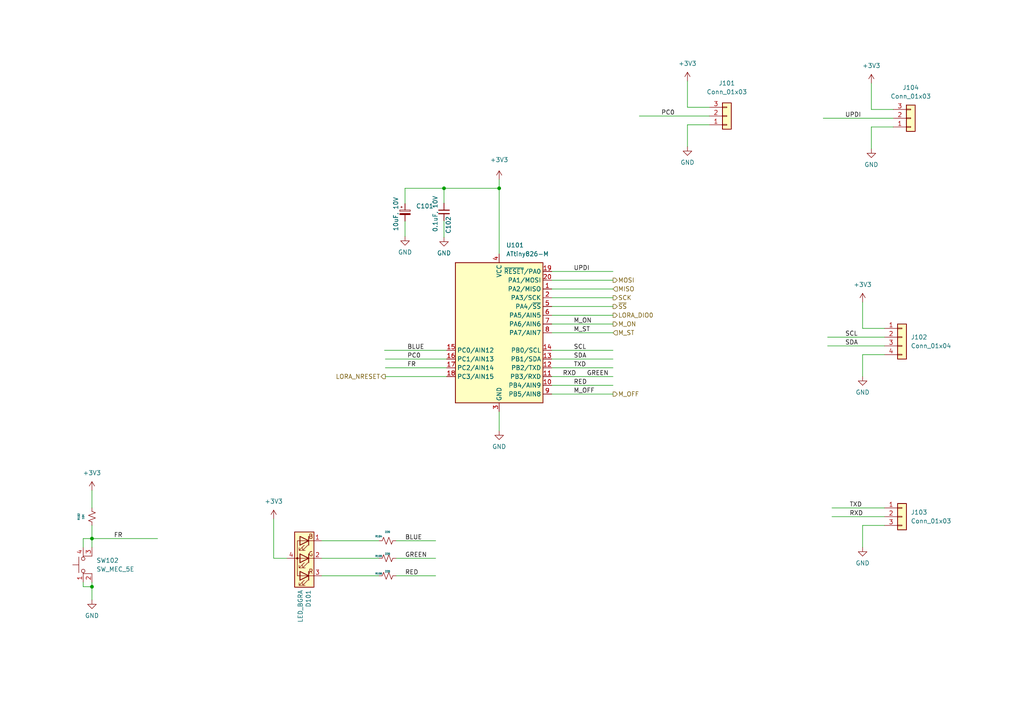
<source format=kicad_sch>
(kicad_sch (version 20211123) (generator eeschema)
  (paper "A4")
  (title_block (title "varun_rx") (date "2022-08-05") (rev "0.2") (company "DYULABS PRIVATE LIMITED") (comment 1 "SMA connector") (comment 2 "Proto v0.2") (comment 3 "varun_nr_at826_rx") (comment 4 "Hitesh Joshi"))
  (lib_symbols
    (symbol "Connector_Generic:Conn_01x03" (pin_names (offset 1.016) hide)
      (property "Reference" "J" (at 0 5.08 0))
      (property "Value" "Conn_01x03" (at 0 -5.08 0))
      (symbol "Conn_01x03_1_1"
        (rectangle (start -1.27 -2.413) (end 0 -2.667) (stroke (width 0.1524)))
        (rectangle (start -1.27 0.127) (end 0 -0.127) (stroke (width 0.1524)))
        (rectangle (start -1.27 2.667) (end 0 2.413) (stroke (width 0.1524)))
        (rectangle (start -1.27 3.81) (end 1.27 -3.81) (stroke (width 0.254)) (fill (type background)))
        (pin passive line (at -5.08 2.54 0) (length 3.81) (name "Pin_1") (number "1"))
        (pin passive line (at -5.08 0 0) (length 3.81) (name "Pin_2") (number "2"))
        (pin passive line (at -5.08 -2.54 0) (length 3.81) (name "Pin_3") (number "3"))
      )
    )
    (symbol "Connector_Generic:Conn_01x04" (pin_names (offset 1.016) hide)
      (property "Reference" "J" (at 0 5.08 0))
      (property "Value" "Conn_01x04" (at 0 -7.62 0))
      (symbol "Conn_01x04_1_1"
        (rectangle (start -1.27 -4.953) (end 0 -5.207) (stroke (width 0.1524)))
        (rectangle (start -1.27 -2.413) (end 0 -2.667) (stroke (width 0.1524)))
        (rectangle (start -1.27 0.127) (end 0 -0.127) (stroke (width 0.1524)))
        (rectangle (start -1.27 2.667) (end 0 2.413) (stroke (width 0.1524)))
        (rectangle (start -1.27 3.81) (end 1.27 -6.35) (stroke (width 0.254)) (fill (type background)))
        (pin passive line (at -5.08 2.54 0) (length 3.81) (name "Pin_1") (number "1"))
        (pin passive line (at -5.08 0 0) (length 3.81) (name "Pin_2") (number "2"))
        (pin passive line (at -5.08 -2.54 0) (length 3.81) (name "Pin_3") (number "3"))
        (pin passive line (at -5.08 -5.08 0) (length 3.81) (name "Pin_4") (number "4"))
      )
    )
    (symbol "Device:C_Polarized_Small" (pin_numbers hide) (pin_names (offset 0.254) hide)
      (property "Reference" "C" (at 0.254 1.778 0))
      (property "Value" "C_Polarized_Small" (at 0.254 -2.032 0))
      (symbol "C_Polarized_Small_0_1"
        (rectangle (start -1.524 -0.3048) (end 1.524 -0.6858) (fill (type outline)))
        (rectangle (start -1.524 0.6858) (end 1.524 0.3048))
        (polyline (pts (xy -1.27 1.524) (xy -0.762 1.524)))
        (polyline (pts (xy -1.016 1.27) (xy -1.016 1.778)))
      )
      (symbol "C_Polarized_Small_1_1"
        (pin passive line (at 0 2.54 270) (length 1.8542) (name "~") (number "1"))
        (pin passive line (at 0 -2.54 90) (length 1.8542) (name "~") (number "2"))
      )
    )
    (symbol "Device:C_Small" (pin_numbers hide) (pin_names (offset 0.254) hide)
      (property "Reference" "C" (at 0.254 1.778 0))
      (property "Value" "C_Small" (at 0.254 -2.032 0))
      (symbol "C_Small_0_1"
        (polyline (pts (xy -1.524 -0.508) (xy 1.524 -0.508)) (stroke (width 0.3302)))
        (polyline (pts (xy -1.524 0.508) (xy 1.524 0.508)) (stroke (width 0.3048)))
      )
      (symbol "C_Small_1_1"
        (pin passive line (at 0 2.54 270) (length 2.032) (name "~") (number "1"))
        (pin passive line (at 0 -2.54 90) (length 2.032) (name "~") (number "2"))
      )
    )
    (symbol "Device:LED_BGRA" (pin_names (offset 0) hide)
      (property "Reference" "D" (at 0 9.398 0))
      (property "Value" "LED_BGRA" (at 0 -8.89 0))
      (symbol "LED_BGRA_0_0"
        (text "B" (at -1.905 -6.35 0) (effects (font (size 1.27 1.27))))
        (text "G" (at -1.905 -1.27 0) (effects (font (size 1.27 1.27))))
        (text "R" (at -1.905 3.81 0) (effects (font (size 1.27 1.27))))
      )
      (symbol "LED_BGRA_0_1"
        (polyline (pts (xy -1.27 -5.08) (xy -2.54 -5.08)))
        (polyline (pts (xy -1.27 -5.08) (xy 1.27 -5.08)))
        (polyline (pts (xy -1.27 -3.81) (xy -1.27 -6.35)) (stroke (width 0.254)))
        (polyline (pts (xy -1.27 0) (xy -2.54 0)))
        (polyline (pts (xy -1.27 1.27) (xy -1.27 -1.27)) (stroke (width 0.254)))
        (polyline (pts (xy -1.27 5.08) (xy -2.54 5.08)))
        (polyline (pts (xy -1.27 5.08) (xy 1.27 5.08)))
        (polyline (pts (xy -1.27 6.35) (xy -1.27 3.81)) (stroke (width 0.254)))
        (polyline (pts (xy 1.27 0) (xy -1.27 0)))
        (polyline (pts (xy 1.27 0) (xy 2.54 0)))
        (polyline (pts (xy -1.27 1.27) (xy -1.27 -1.27) (xy -1.27 -1.27)))
        (polyline (pts (xy -1.27 6.35) (xy -1.27 3.81) (xy -1.27 3.81)))
        (polyline (pts (xy 1.27 -5.08) (xy 2.032 -5.08) (xy 2.032 5.08) (xy 1.27 5.08)))
        (polyline (pts (xy 1.27 -3.81) (xy 1.27 -6.35) (xy -1.27 -5.08) (xy 1.27 -3.81)) (stroke (width 0.254)))
        (polyline (pts (xy 1.27 1.27) (xy 1.27 -1.27) (xy -1.27 0) (xy 1.27 1.27)) (stroke (width 0.254)))
        (polyline (pts (xy 1.27 6.35) (xy 1.27 3.81) (xy -1.27 5.08) (xy 1.27 6.35)) (stroke (width 0.254)))
        (polyline (pts (xy -1.016 -3.81) (xy 0.508 -2.286) (xy -0.254 -2.286) (xy 0.508 -2.286) (xy 0.508 -3.048)))
        (polyline (pts (xy -1.016 1.27) (xy 0.508 2.794) (xy -0.254 2.794) (xy 0.508 2.794) (xy 0.508 2.032)))
        (polyline (pts (xy -1.016 6.35) (xy 0.508 7.874) (xy -0.254 7.874) (xy 0.508 7.874) (xy 0.508 7.112)))
        (polyline (pts (xy 0 -3.81) (xy 1.524 -2.286) (xy 0.762 -2.286) (xy 1.524 -2.286) (xy 1.524 -3.048)))
        (polyline (pts (xy 0 1.27) (xy 1.524 2.794) (xy 0.762 2.794) (xy 1.524 2.794) (xy 1.524 2.032)))
        (polyline (pts (xy 0 6.35) (xy 1.524 7.874) (xy 0.762 7.874) (xy 1.524 7.874) (xy 1.524 7.112)))
        (rectangle (start 1.27 -1.27) (end 1.27 1.27))
        (rectangle (start 1.27 1.27) (end 1.27 1.27))
        (rectangle (start 1.27 3.81) (end 1.27 6.35))
        (rectangle (start 1.27 6.35) (end 1.27 6.35))
        (circle (center 2.032 0) (radius 0.254) (fill (type outline)))
        (rectangle (start 2.794 8.382) (end -2.794 -7.62) (stroke (width 0.254)) (fill (type background)))
      )
      (symbol "LED_BGRA_1_1"
        (pin passive line (at -5.08 -5.08 0) (length 2.54) (name "BK") (number "1"))
        (pin passive line (at -5.08 0 0) (length 2.54) (name "GK") (number "2"))
        (pin passive line (at -5.08 5.08 0) (length 2.54) (name "RK") (number "3"))
        (pin passive line (at 5.08 0 180) (length 2.54) (name "A") (number "4"))
      )
    )
    (symbol "Device:R_Small_US" (pin_numbers hide) (pin_names (offset 0.254) hide)
      (property "Reference" "R" (at 0.762 0.508 0))
      (property "Value" "R_Small_US" (at 0.762 -1.016 0))
      (symbol "R_Small_US_1_1"
        (polyline (pts (xy 0 0) (xy 1.016 -0.381) (xy 0 -0.762) (xy -1.016 -1.143) (xy 0 -1.524)))
        (polyline (pts (xy 0 1.524) (xy 1.016 1.143) (xy 0 0.762) (xy -1.016 0.381) (xy 0 0)))
        (pin passive line (at 0 2.54 270) (length 1.016) (name "~") (number "1"))
        (pin passive line (at 0 -2.54 90) (length 1.016) (name "~") (number "2"))
      )
    )
    (symbol "MCU_Microchip_ATtiny:ATtiny826-M"
      (property "Reference" "U?" (at 2.0194 25.4 0))
      (property "Value" "ATtiny826-M" (at 2.0194 22.86 0))
      (symbol "ATtiny826-M_0_1"
        (rectangle (start -12.7 -20.32) (end 12.7 20.32) (stroke (width 0.254)) (fill (type background)))
      )
      (symbol "ATtiny826-M_1_1"
        (pin bidirectional line (at 15.24 12.7 180) (length 2.54) (name "PA2/MISO") (number "1"))
        (pin bidirectional line (at 15.24 -15.24 180) (length 2.54) (name "PB4/AIN9") (number "10"))
        (pin bidirectional line (at 15.24 -12.7 180) (length 2.54) (name "PB3/RXD") (number "11"))
        (pin bidirectional line (at 15.24 -10.16 180) (length 2.54) (name "PB2/TXD") (number "12"))
        (pin bidirectional line (at 15.24 -7.62 180) (length 2.54) (name "PB1/SDA") (number "13"))
        (pin bidirectional line (at 15.24 -5.08 180) (length 2.54) (name "PB0/SCL") (number "14"))
        (pin bidirectional line (at -15.24 -5.08 0) (length 2.54) (name "PC0/AIN12") (number "15"))
        (pin bidirectional line (at -15.24 -7.62 0) (length 2.54) (name "PC1/AIN13") (number "16"))
        (pin bidirectional line (at -15.24 -10.16 0) (length 2.54) (name "PC2/AIN14") (number "17"))
        (pin bidirectional line (at -15.24 -12.7 0) (length 2.54) (name "PC3/AIN15") (number "18"))
        (pin bidirectional line (at 15.24 17.78 180) (length 2.54) (name "~{RESET}/PA0") (number "19"))
        (pin bidirectional line (at 15.24 10.16 180) (length 2.54) (name "PA3/SCK") (number "2"))
        (pin bidirectional line (at 15.24 15.24 180) (length 2.54) (name "PA1/MOSI") (number "20"))
        (pin passive line (at 0 -22.86 90) (length 2.54) hide (name "GND") (number "21"))
        (pin power_in line (at 0 -22.86 90) (length 2.54) (name "GND") (number "3"))
        (pin power_in line (at 0 22.86 270) (length 2.54) (name "VCC") (number "4"))
        (pin bidirectional line (at 15.24 7.62 180) (length 2.54) (name "PA4/~{SS}") (number "5"))
        (pin bidirectional line (at 15.24 5.08 180) (length 2.54) (name "PA5/AIN5") (number "6"))
        (pin bidirectional line (at 15.24 2.54 180) (length 2.54) (name "PA6/AIN6") (number "7"))
        (pin bidirectional line (at 15.24 0 180) (length 2.54) (name "PA7/AIN7") (number "8"))
        (pin bidirectional line (at 15.24 -17.78 180) (length 2.54) (name "PB5/AIN8") (number "9"))
      )
    )
    (symbol "Switch:SW_MEC_5E" (pin_names (offset 1.016) hide)
      (property "Reference" "SW" (at 0.635 5.715 0))
      (property "Value" "SW_MEC_5E" (at 0 -3.175 0))
      (symbol "SW_MEC_5E_0_1"
        (circle (center -1.778 2.54) (radius 0.508))
        (polyline (pts (xy -2.286 3.81) (xy 2.286 3.81)))
        (polyline (pts (xy 0 3.81) (xy 0 5.588)))
        (polyline (pts (xy -2.54 0) (xy -2.54 2.54) (xy -2.286 2.54)))
        (polyline (pts (xy 2.54 0) (xy 2.54 2.54) (xy 2.286 2.54)))
        (circle (center 1.778 2.54) (radius 0.508))
        (pin passive line (at -5.08 2.54 0) (length 2.54) (name "1") (number "1"))
        (pin passive line (at -5.08 0 0) (length 2.54) (name "2") (number "2"))
        (pin passive line (at 5.08 0 180) (length 2.54) (name "K") (number "3"))
        (pin passive line (at 5.08 2.54 180) (length 2.54) (name "A") (number "4"))
      )
    )
    (symbol "power:+3.3V" (power) (pin_names (offset 0))
      (property "Value" "+3.3V" (at 0 3.556 0))
      (symbol "+3.3V_0_1"
        (polyline (pts (xy -0.762 1.27) (xy 0 2.54)))
        (polyline (pts (xy 0 0) (xy 0 2.54)))
        (polyline (pts (xy 0 2.54) (xy 0.762 1.27)))
      )
      (symbol "+3.3V_1_1"
        (pin power_in line (at 0 0 90) (length 0) hide (name "+3V3") (number "1"))
      )
    )
    (symbol "power:GND" (power) (pin_names (offset 0))
      (property "Value" "GND" (at 0 -3.81 0))
      (symbol "GND_0_1"
        (polyline (pts (xy 0 0) (xy 0 -1.27) (xy 1.27 -1.27) (xy 0 -2.54) (xy -1.27 -1.27) (xy 0 -1.27)))
      )
      (symbol "GND_1_1"
        (pin power_in line (at 0 0 270) (length 0) hide (name "GND") (number "1"))
      )
    )
  )
  (junction (at 144.78 54.61))
  (junction (at 128.778 54.61))
  (junction (at 26.67 170.18))
  (junction (at 26.67 156.21))
  (wire (pts (xy 26.67 168.91) (xy 26.67 170.18)))
  (wire (pts (xy 117.475 64.135) (xy 117.475 68.58)))
  (wire (pts (xy 205.74 36.195) (xy 199.39 36.195)))
  (wire (pts (xy 241.3 147.32) (xy 256.54 147.32)))
  (wire (pts (xy 24.13 158.75) (xy 24.13 156.21)))
  (wire (pts (xy 111.76 106.68) (xy 129.54 106.68)))
  (wire (pts (xy 114.935 161.925) (xy 126.365 161.925)))
  (wire (pts (xy 114.935 156.845) (xy 126.365 156.845)))
  (wire (pts (xy 79.375 150.495) (xy 79.375 161.925)))
  (wire (pts (xy 250.19 102.87) (xy 250.19 109.22)))
  (wire (pts (xy 160.02 81.28) (xy 177.8 81.28)))
  (wire (pts (xy 26.67 156.21) (xy 26.67 158.75)))
  (wire (pts (xy 24.13 156.21) (xy 26.67 156.21)))
  (wire (pts (xy 160.02 88.9) (xy 177.8 88.9)))
  (wire (pts (xy 160.02 109.22) (xy 177.8 109.22)))
  (wire (pts (xy 160.02 83.82) (xy 177.8 83.82)))
  (wire (pts (xy 93.345 156.845) (xy 109.855 156.845)))
  (wire (pts (xy 259.08 36.83) (xy 252.73 36.83)))
  (wire (pts (xy 160.02 101.6) (xy 177.8 101.6)))
  (wire (pts (xy 160.02 96.52) (xy 177.8 96.52)))
  (wire (pts (xy 128.778 58.928) (xy 128.778 54.61)))
  (wire (pts (xy 24.13 170.18) (xy 26.67 170.18)))
  (wire (pts (xy 256.54 102.87) (xy 250.19 102.87)))
  (wire (pts (xy 238.76 34.29) (xy 259.08 34.29)))
  (wire (pts (xy 24.13 168.91) (xy 24.13 170.18)))
  (wire (pts (xy 79.375 161.925) (xy 83.185 161.925)))
  (wire (pts (xy 252.73 24.13) (xy 252.73 31.75)))
  (wire (pts (xy 160.02 111.76) (xy 177.8 111.76)))
  (wire (pts (xy 26.67 156.21) (xy 45.72 156.21)))
  (wire (pts (xy 252.73 36.83) (xy 252.73 43.18)))
  (wire (pts (xy 160.02 93.98) (xy 177.8 93.98)))
  (wire (pts (xy 26.67 170.18) (xy 26.67 173.99)))
  (wire (pts (xy 111.76 109.22) (xy 129.54 109.22)))
  (wire (pts (xy 199.39 36.195) (xy 199.39 42.545)))
  (wire (pts (xy 160.02 86.36) (xy 177.8 86.36)))
  (wire (pts (xy 199.39 23.495) (xy 199.39 31.115)))
  (wire (pts (xy 250.19 152.4) (xy 250.19 158.75)))
  (wire (pts (xy 256.54 152.4) (xy 250.19 152.4)))
  (wire (pts (xy 111.506 101.6) (xy 129.54 101.6)))
  (wire (pts (xy 144.78 52.07) (xy 144.78 54.61)))
  (wire (pts (xy 240.03 100.33) (xy 256.54 100.33)))
  (wire (pts (xy 93.345 161.925) (xy 109.855 161.925)))
  (wire (pts (xy 160.02 104.14) (xy 177.8 104.14)))
  (wire (pts (xy 26.67 152.4) (xy 26.67 156.21)))
  (wire (pts (xy 160.02 91.44) (xy 177.8 91.44)))
  (wire (pts (xy 240.03 97.79) (xy 256.54 97.79)))
  (wire (pts (xy 241.3 149.86) (xy 256.54 149.86)))
  (wire (pts (xy 117.475 54.61) (xy 128.778 54.61)))
  (wire (pts (xy 117.475 59.055) (xy 117.475 54.61)))
  (wire (pts (xy 111.76 104.14) (xy 129.54 104.14)))
  (wire (pts (xy 160.02 114.3) (xy 177.8 114.3)))
  (wire (pts (xy 160.02 106.68) (xy 177.8 106.68)))
  (wire (pts (xy 250.19 87.63) (xy 250.19 95.25)))
  (wire (pts (xy 185.42 33.655) (xy 205.74 33.655)))
  (wire (pts (xy 144.78 119.38) (xy 144.78 124.968)))
  (wire (pts (xy 26.67 142.24) (xy 26.67 147.32)))
  (wire (pts (xy 256.54 95.25) (xy 250.19 95.25)))
  (wire (pts (xy 160.02 78.74) (xy 177.8 78.74)))
  (wire (pts (xy 93.345 167.005) (xy 109.855 167.005)))
  (wire (pts (xy 114.935 167.005) (xy 126.365 167.005)))
  (wire (pts (xy 128.778 54.61) (xy 144.78 54.61)))
  (wire (pts (xy 128.778 64.008) (xy 128.778 68.834)))
  (wire (pts (xy 259.08 31.75) (xy 252.73 31.75)))
  (wire (pts (xy 205.74 31.115) (xy 199.39 31.115)))
  (wire (pts (xy 144.78 54.61) (xy 144.78 73.66)))
  (label "M_ON" (at 166.37 93.98 0))
  (label "UPDI" (at 245.11 34.29 0))
  (label "SDA" (at 166.37 104.14 0))
  (label "TXD" (at 166.37 106.68 0))
  (label "FR" (at 33.02 156.21 0))
  (label "SCL" (at 166.37 101.6 0))
  (label "SCL" (at 245.11 97.79 0))
  (label "RED" (at 166.37 111.76 0))
  (label "RXD" (at 163.195 109.22 0))
  (label "BLUE" (at 118.11 101.6 0))
  (label "BLUE" (at 117.475 156.845 0))
  (label "TXD" (at 246.38 147.32 0))
  (label "PC0" (at 118.11 104.14 0))
  (label "M_ST" (at 166.37 96.52 0))
  (label "M_OFF" (at 166.37 114.3 0))
  (label "RED" (at 117.475 167.005 0))
  (label "GREEN" (at 117.475 161.925 0))
  (label "PC0" (at 191.77 33.655 0))
  (label "GREEN" (at 170.18 109.22 0))
  (label "FR" (at 118.11 106.68 0))
  (label "UPDI" (at 166.37 78.74 0))
  (label "RXD" (at 246.38 149.86 0))
  (label "SDA" (at 245.11 100.33 0))
  (hierarchical_label "LORA_NRESET" (shape output) (at 111.76 109.22 180))
  (hierarchical_label "~{SS}" (shape output) (at 177.8 88.9 0))
  (hierarchical_label "M_ST" (shape input) (at 177.8 96.52 0))
  (hierarchical_label "MOSI" (shape output) (at 177.8 81.28 0))
  (hierarchical_label "SCK" (shape output) (at 177.8 86.36 0))
  (hierarchical_label "M_ON" (shape output) (at 177.8 93.98 0))
  (hierarchical_label "MISO" (shape input) (at 177.8 83.82 0))
  (hierarchical_label "M_OFF" (shape output) (at 177.8 114.3 0))
  (hierarchical_label "LORA_DIO0" (shape output) (at 177.8 91.44 0))
  (symbol (lib_id "power:+3.3V") (at 252.73 24.13 0) (unit 1)
    (property "Reference" "#PWR0108" (effects hide))
    (property "Value" "+3.3V" (at 252.73 19.05 0))
  )
  (symbol (lib_id "power:GND") (at 117.475 68.58 0) (unit 1)
    (property "Reference" "#PWR0117" (effects hide))
    (property "Value" "GND" (at 117.475 73.152 0))
  )
  (symbol (lib_id "power:+3.3V") (at 26.67 142.24 0) (unit 1)
    (property "Reference" "#PWR0112" (effects hide))
    (property "Value" "+3.3V" (at 26.67 137.16 0))
  )
  (symbol (lib_id "Device:C_Small") (at 128.778 61.468 0) (unit 1)
    (property "Reference" "C102" (at 130.048 67.818 90) (effects (justify left)))
    (property "Value" "0.1uF, 10V" (at 126.238 67.31 90) (effects (justify left)))
    (property "Footprint" "Capacitor_SMD:C_0402_1005Metric" (effects hide))
    (property "MFPN" "0402ZD104KAT4A" (effects hide))
    (property "Vendor" "AVX" (effects hide))
    (property "Config" "+m,+a" (effects hide))
    (property "Distributor" "Mouser" (effects hide))
    (property "Manufacturer" "kyocera AVX" (effects hide))
  )
  (symbol (lib_id "Device:R_Small_US") (at 112.395 167.005 270) (unit 1)
    (property "Reference" "R106" (at 109.855 166.37 90) (effects (font (size 0.508 0.508))))
    (property "Value" "220" (at 112.395 165.735 90) (effects (font (size 0.508 0.508))))
    (property "Footprint" "Resistor_SMD:R_0402_1005Metric" (effects hide))
    (property "MFPN" "WR04X221JTL" (effects hide))
    (property "Manufacturer" "Walsin" (effects hide))
    (property "Distributor" "Mouser" (effects hide))
    (property "Config" "+m,+a" (effects hide))
  )
  (symbol (lib_id "Device:R_Small_US") (at 112.395 161.925 270) (unit 1)
    (property "Reference" "R105" (at 109.855 161.29 90) (effects (font (size 0.508 0.508))))
    (property "Value" "220" (at 112.395 160.655 90) (effects (font (size 0.508 0.508))))
    (property "Footprint" "Resistor_SMD:R_0402_1005Metric" (effects hide))
    (property "MFPN" "WR04X221JTL" (effects hide))
    (property "Manufacturer" "Walsin" (effects hide))
    (property "Distributor" "Mouser" (effects hide))
    (property "Config" "+m,+a" (effects hide))
  )
  (symbol (lib_id "power:+3.3V") (at 79.375 150.495 0) (unit 1)
    (property "Reference" "#PWR0110" (effects hide))
    (property "Value" "+3.3V" (at 79.375 145.415 0))
  )
  (symbol (lib_id "power:GND") (at 144.78 124.968 0) (unit 1)
    (property "Reference" "#PWR0109" (effects hide))
    (property "Value" "GND" (at 144.78 129.54 0))
  )
  (symbol (lib_id "power:+3.3V") (at 250.19 87.63 0) (unit 1)
    (property "Reference" "#PWR0105" (effects hide))
    (property "Value" "+3.3V" (at 250.19 82.55 0))
  )
  (symbol (lib_id "power:GND") (at 252.73 43.18 0) (unit 1)
    (property "Reference" "#PWR0116" (effects hide))
    (property "Value" "GND" (at 252.73 47.752 0))
  )
  (symbol (lib_id "power:GND") (at 199.39 42.545 0) (unit 1)
    (property "Reference" "#PWR0111" (effects hide))
    (property "Value" "GND" (at 199.39 47.117 0))
  )
  (symbol (lib_id "Connector_Generic:Conn_01x04") (at 261.62 97.79 0) (unit 1)
    (property "Reference" "J102" (at 264.16 97.7899 0) (effects (justify left)))
    (property "Value" "Conn_01x04" (at 264.16 100.3299 0) (effects (justify left)))
    (property "Footprint" "Connector_PinHeader_2.54mm:PinHeader_1x04_P2.54mm_Vertical" (effects hide))
    (property "MFPN" "22284040" (effects hide))
    (property "Manufacturer" "Molex" (effects hide))
    (property "Config" "dnp" (effects hide))
    (property "Distributor" "Generic" (effects hide))
  )
  (symbol (lib_id "power:GND") (at 26.67 173.99 0) (unit 1)
    (property "Reference" "#PWR0104" (effects hide))
    (property "Value" "GND" (at 26.67 178.562 0))
  )
  (symbol (lib_id "Device:R_Small_US") (at 112.395 156.845 270) (unit 1)
    (property "Reference" "R104" (at 109.855 155.575 90) (effects (font (size 0.508 0.508))))
    (property "Value" "220" (at 112.395 154.305 90) (effects (font (size 0.508 0.508))))
    (property "Footprint" "Resistor_SMD:R_0402_1005Metric" (effects hide))
    (property "MFPN" "WR04X221JTL" (effects hide))
    (property "Manufacturer" "Walsin" (effects hide))
    (property "Distributor" "Mouser" (effects hide))
    (property "Config" "+m,+a" (effects hide))
  )
  (symbol (lib_id "power:+3.3V") (at 144.78 52.07 0) (unit 1)
    (property "Reference" "#PWR0120" (effects hide))
    (property "Value" "+3.3V" (at 144.78 46.355 0))
  )
  (symbol (lib_id "power:+3.3V") (at 199.39 23.495 0) (unit 1)
    (property "Reference" "#PWR0107" (effects hide))
    (property "Value" "+3.3V" (at 199.39 18.415 0))
  )
  (symbol (lib_id "Device:LED_BGRA") (at 88.265 161.925 180) (unit 1)
    (property "Reference" "D101" (at 89.4334 171.069 90) (effects (justify left)))
    (property "Value" "LED_BGRA" (at 87.122 171.069 90) (effects (justify left)))
    (property "Footprint" "DYULIBS_FOOTPRINT:LED_Cree_RGB_1.00x1.00mm_P0.2mm" (effects hide))
    (property "MFPN" "uhd1110-fka-cl1a13r3q1bbqfmf3" (effects hide))
    (property "Manufacturer" "Cree LED " (effects hide))
    (property "Distributor" "Mouser" (effects hide))
    (property "Config" "+m,+a" (effects hide))
  )
  (symbol (lib_id "power:GND") (at 250.19 109.22 0) (unit 1)
    (property "Reference" "#PWR0113" (effects hide))
    (property "Value" "GND" (at 250.19 113.792 0))
  )
  (symbol (lib_id "MCU_Microchip_ATtiny:ATtiny826-M") (at 144.78 96.52 0) (unit 1)
    (property "Reference" "U101" (at 146.7994 71.12 0) (effects (justify left)))
    (property "Value" "ATtiny826-M" (at 146.7994 73.66 0) (effects (justify left)))
    (property "Footprint" "Package_DFN_QFN:VQFN-20-1EP_3x3mm_P0.4mm_EP1.7x1.7mm" (effects hide))
    (property "Datasheet" "https://ww1.microchip.com/downloads/en/DeviceDoc/ATtiny424-426-427-824-826-827-DataSheet-DS40002311A.pdf" (effects hide))
    (property "Config" "+a,+du" (effects hide))
    (property "Distributor" "Mouser" (effects hide))
    (property "MFPN" "ATTINY826-M" (effects hide))
    (property "Manufacturer" "Microchip" (effects hide))
  )
  (symbol (lib_id "power:GND") (at 128.778 68.834 0) (unit 1)
    (property "Reference" "#PWR0118" (effects hide))
    (property "Value" "GND" (at 128.778 73.406 0))
  )
  (symbol (lib_id "Device:R_Small_US") (at 26.67 149.86 180) (unit 1)
    (property "Reference" "R102" (at 22.86 149.86 90) (effects (font (size 0.508 0.508))))
    (property "Value" "10K" (at 24.13 149.86 90) (effects (font (size 0.508 0.508))))
    (property "Footprint" "Resistor_SMD:R_0402_1005Metric" (effects hide))
    (property "MFPN" "WR04X103JTL" (effects hide))
    (property "Manufacturer" "Walsin" (effects hide))
    (property "Distributor" "Mouser" (effects hide))
    (property "Config" "+m,+a" (effects hide))
  )
  (symbol (lib_id "Switch:SW_MEC_5E") (at 26.67 163.83 90) (unit 1)
    (property "Reference" "SW102" (at 27.94 162.5599 90) (effects (justify right)))
    (property "Value" "SW_MEC_5E" (at 27.94 165.0999 90) (effects (justify right)))
    (property "Footprint" "DYULIBS_FOOTPRINT:RKB2SJM250SMTR_LFS_SWITCH" (effects hide))
    (property "Datasheet" "http://www.apem.com/int/index.php?controller=attachment&id_attachment=1371" (effects hide))
    (property "Config" "+m,+a" (effects hide))
    (property "Distributor" "Mouser" (effects hide))
    (property "MFPN" "PTS815 SJM 250 SMTR LFS" (effects hide))
  )
  (symbol (lib_id "Connector_Generic:Conn_01x03") (at 210.82 33.655 0) (mirror x) (unit 1)
    (property "Reference" "J101" (at 210.82 24.13 0))
    (property "Value" "Conn_01x03" (at 210.82 26.67 0))
    (property "Footprint" "Connector_PinHeader_2.54mm:PinHeader_1x03_P2.54mm_Vertical" (effects hide))
    (property "MFPN" "22284030" (effects hide))
    (property "Manufacturer" "Molex" (effects hide))
    (property "Config" "dnp" (effects hide))
    (property "Distributor" "Generic" (effects hide))
  )
  (symbol (lib_id "power:GND") (at 250.19 158.75 0) (unit 1)
    (property "Reference" "#PWR0114" (effects hide))
    (property "Value" "GND" (at 250.19 163.322 0))
  )
  (symbol (lib_id "Device:C_Polarized_Small") (at 117.475 61.595 0) (unit 1)
    (property "Reference" "C101" (at 120.65 59.7788 0) (effects (justify left)))
    (property "Value" "10uF, 10V" (at 114.808 67.056 90) (effects (justify left)))
    (property "Footprint" "Capacitor_SMD:C_1206_3216Metric" (effects hide))
    (property "MFPN" "TAJA106K010SNJ" (effects hide))
    (property "Manufacturer" "kyocera AVX" (effects hide))
    (property "Config" "+m,+a" (effects hide))
    (property "Distributor" "Mouser" (effects hide))
  )
  (symbol (lib_id "Connector_Generic:Conn_01x03") (at 261.62 149.86 0) (unit 1)
    (property "Reference" "J103" (at 264.16 148.5899 0) (effects (justify left)))
    (property "Value" "Conn_01x03" (at 264.16 151.1299 0) (effects (justify left)))
    (property "Footprint" "Connector_PinHeader_2.54mm:PinHeader_1x03_P2.54mm_Vertical" (effects hide))
    (property "MFPN" "22284030" (effects hide))
    (property "Manufacturer" "Molex" (effects hide))
    (property "Config" "+a,+du" (effects hide))
    (property "Distributor" "Generic" (effects hide))
  )
  (symbol (lib_id "Connector_Generic:Conn_01x03") (at 264.16 34.29 0) (mirror x) (unit 1)
    (property "Reference" "J104" (at 264.16 25.4 0))
    (property "Value" "Conn_01x03" (at 264.16 27.94 0))
    (property "Footprint" "Connector_JST:JST_PH_B3B-PH-K_1x03_P2.00mm_Vertical" (effects hide))
    (property "MFPN" "B3B-PH-KS" (effects hide))
    (property "Manufacturer" "JST" (effects hide))
    (property "Config" "+a,+du" (effects hide))
    (property "Distributor" "Generic" (effects hide))
  )
)
</source>
